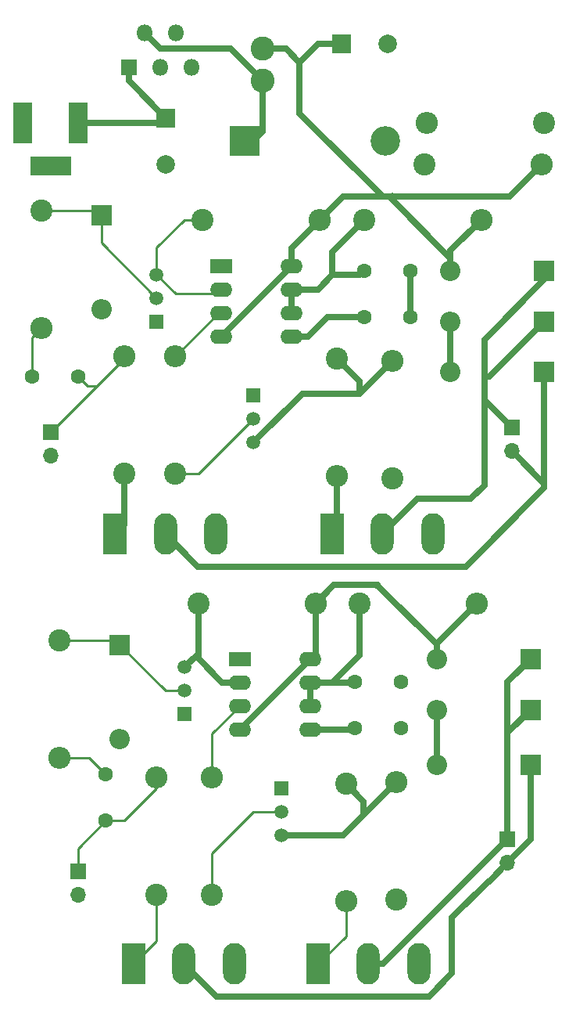
<source format=gbr>
%TF.GenerationSoftware,KiCad,Pcbnew,5.1.7-a382d34a8~88~ubuntu20.04.1*%
%TF.CreationDate,2021-03-10T12:52:40+00:00*%
%TF.ProjectId,spike_n_hold,7370696b-655f-46e5-9f68-6f6c642e6b69,rev?*%
%TF.SameCoordinates,Original*%
%TF.FileFunction,Copper,L1,Top*%
%TF.FilePolarity,Positive*%
%FSLAX46Y46*%
G04 Gerber Fmt 4.6, Leading zero omitted, Abs format (unit mm)*
G04 Created by KiCad (PCBNEW 5.1.7-a382d34a8~88~ubuntu20.04.1) date 2021-03-10 12:52:40*
%MOMM*%
%LPD*%
G01*
G04 APERTURE LIST*
%TA.AperFunction,ComponentPad*%
%ADD10R,2.200000X2.200000*%
%TD*%
%TA.AperFunction,ComponentPad*%
%ADD11O,2.200000X2.200000*%
%TD*%
%TA.AperFunction,ComponentPad*%
%ADD12C,1.600000*%
%TD*%
%TA.AperFunction,ComponentPad*%
%ADD13C,2.000000*%
%TD*%
%TA.AperFunction,ComponentPad*%
%ADD14R,2.000000X2.000000*%
%TD*%
%TA.AperFunction,ComponentPad*%
%ADD15R,3.200000X3.200000*%
%TD*%
%TA.AperFunction,ComponentPad*%
%ADD16O,3.200000X3.200000*%
%TD*%
%TA.AperFunction,ComponentPad*%
%ADD17R,1.700000X1.700000*%
%TD*%
%TA.AperFunction,ComponentPad*%
%ADD18O,1.700000X1.700000*%
%TD*%
%TA.AperFunction,ComponentPad*%
%ADD19R,4.500000X2.000000*%
%TD*%
%TA.AperFunction,ComponentPad*%
%ADD20R,2.000000X4.500000*%
%TD*%
%TA.AperFunction,ComponentPad*%
%ADD21C,2.600000*%
%TD*%
%TA.AperFunction,ComponentPad*%
%ADD22O,2.500000X4.500000*%
%TD*%
%TA.AperFunction,ComponentPad*%
%ADD23R,2.500000X4.500000*%
%TD*%
%TA.AperFunction,ComponentPad*%
%ADD24C,2.400000*%
%TD*%
%TA.AperFunction,ComponentPad*%
%ADD25O,2.400000X2.400000*%
%TD*%
%TA.AperFunction,ComponentPad*%
%ADD26R,2.400000X1.600000*%
%TD*%
%TA.AperFunction,ComponentPad*%
%ADD27O,2.400000X1.600000*%
%TD*%
%TA.AperFunction,ComponentPad*%
%ADD28C,1.500000*%
%TD*%
%TA.AperFunction,ComponentPad*%
%ADD29R,1.500000X1.500000*%
%TD*%
%TA.AperFunction,ComponentPad*%
%ADD30R,1.800000X1.800000*%
%TD*%
%TA.AperFunction,ComponentPad*%
%ADD31O,1.800000X1.800000*%
%TD*%
%TA.AperFunction,ViaPad*%
%ADD32C,0.800000*%
%TD*%
%TA.AperFunction,Conductor*%
%ADD33C,0.250000*%
%TD*%
%TA.AperFunction,Conductor*%
%ADD34C,0.700000*%
%TD*%
G04 APERTURE END LIST*
D10*
%TO.P,D4,1*%
%TO.N,Net-(D4-Pad1)*%
X117000000Y-57000000D03*
D11*
%TO.P,D4,2*%
%TO.N,GND*%
X117000000Y-67160000D03*
%TD*%
D12*
%TO.P,C1,1*%
%TO.N,Net-(C1-Pad1)*%
X117500000Y-117500000D03*
%TO.P,C1,2*%
%TO.N,input_trigger2*%
X117500000Y-122500000D03*
%TD*%
%TO.P,C2,1*%
%TO.N,Net-(C2-Pad1)*%
X109500000Y-74500000D03*
%TO.P,C2,2*%
%TO.N,input_trigger1*%
X114500000Y-74500000D03*
%TD*%
%TO.P,C3,2*%
%TO.N,Net-(C3-Pad2)*%
X144500000Y-112500000D03*
%TO.P,C3,1*%
%TO.N,GND*%
X149500000Y-112500000D03*
%TD*%
%TO.P,C4,2*%
%TO.N,Net-(C4-Pad2)*%
X145500000Y-68000000D03*
%TO.P,C4,1*%
%TO.N,GND*%
X150500000Y-68000000D03*
%TD*%
%TO.P,C5,1*%
%TO.N,Net-(C5-Pad1)*%
X144500000Y-107500000D03*
%TO.P,C5,2*%
%TO.N,GND*%
X149500000Y-107500000D03*
%TD*%
%TO.P,C6,2*%
%TO.N,GND*%
X150500000Y-63000000D03*
%TO.P,C6,1*%
%TO.N,Net-(C6-Pad1)*%
X145500000Y-63000000D03*
%TD*%
D13*
%TO.P,C11,2*%
%TO.N,GND*%
X124000000Y-51500000D03*
D14*
%TO.P,C11,1*%
%TO.N,+24V*%
X124000000Y-46500000D03*
%TD*%
%TO.P,C15,1*%
%TO.N,+12V*%
X143000000Y-38500000D03*
D13*
%TO.P,C15,2*%
%TO.N,GND*%
X148000000Y-38500000D03*
%TD*%
D11*
%TO.P,D1,2*%
%TO.N,+12V*%
X153340000Y-105000000D03*
D10*
%TO.P,D1,1*%
%TO.N,Net-(D1-Pad1)*%
X163500000Y-105000000D03*
%TD*%
%TO.P,D2,1*%
%TO.N,Net-(D2-Pad1)*%
X165000000Y-63000000D03*
D11*
%TO.P,D2,2*%
%TO.N,+12V*%
X154840000Y-63000000D03*
%TD*%
%TO.P,D3,2*%
%TO.N,GND*%
X119000000Y-113660000D03*
D10*
%TO.P,D3,1*%
%TO.N,Net-(D3-Pad1)*%
X119000000Y-103500000D03*
%TD*%
D11*
%TO.P,D5,2*%
%TO.N,Net-(D5-Pad2)*%
X153340000Y-110500000D03*
D10*
%TO.P,D5,1*%
%TO.N,Net-(D1-Pad1)*%
X163500000Y-110500000D03*
%TD*%
D11*
%TO.P,D6,2*%
%TO.N,Net-(D6-Pad2)*%
X154840000Y-68500000D03*
D10*
%TO.P,D6,1*%
%TO.N,Net-(D2-Pad1)*%
X165000000Y-68500000D03*
%TD*%
%TO.P,D7,1*%
%TO.N,Net-(D7-Pad1)*%
X163500000Y-116500000D03*
D11*
%TO.P,D7,2*%
%TO.N,Net-(D5-Pad2)*%
X153340000Y-116500000D03*
%TD*%
%TO.P,D8,2*%
%TO.N,Net-(D6-Pad2)*%
X154840000Y-74000000D03*
D10*
%TO.P,D8,1*%
%TO.N,Net-(D8-Pad1)*%
X165000000Y-74000000D03*
%TD*%
D15*
%TO.P,D17,1*%
%TO.N,Net-(D17-Pad1)*%
X132500000Y-49000000D03*
D16*
%TO.P,D17,2*%
%TO.N,GND*%
X147740000Y-49000000D03*
%TD*%
D17*
%TO.P,J1,1*%
%TO.N,input_trigger2*%
X114500000Y-128000000D03*
D18*
%TO.P,J1,2*%
%TO.N,GND*%
X114500000Y-130540000D03*
%TD*%
D17*
%TO.P,J2,1*%
%TO.N,input_trigger1*%
X111500000Y-80500000D03*
D18*
%TO.P,J2,2*%
%TO.N,GND*%
X111500000Y-83040000D03*
%TD*%
D17*
%TO.P,J3,1*%
%TO.N,Net-(D1-Pad1)*%
X161000000Y-124500000D03*
D18*
%TO.P,J3,2*%
%TO.N,Net-(D7-Pad1)*%
X161000000Y-127040000D03*
%TD*%
%TO.P,J4,2*%
%TO.N,Net-(D8-Pad1)*%
X161500000Y-82540000D03*
D17*
%TO.P,J4,1*%
%TO.N,Net-(D2-Pad1)*%
X161500000Y-80000000D03*
%TD*%
D19*
%TO.P,J9,3*%
%TO.N,N/C*%
X111500000Y-51700000D03*
D20*
%TO.P,J9,1*%
%TO.N,+24V*%
X114500000Y-47000000D03*
%TO.P,J9,2*%
%TO.N,GND*%
X108500000Y-47000000D03*
%TD*%
D21*
%TO.P,L1,1*%
%TO.N,Net-(D17-Pad1)*%
X134500000Y-42500000D03*
%TO.P,L1,2*%
%TO.N,+12V*%
X134500000Y-39000000D03*
%TD*%
D22*
%TO.P,Q1,3*%
%TO.N,+24V*%
X151400000Y-138000000D03*
%TO.P,Q1,2*%
%TO.N,Net-(D1-Pad1)*%
X145950000Y-138000000D03*
D23*
%TO.P,Q1,1*%
%TO.N,Net-(Q1-Pad1)*%
X140500000Y-138000000D03*
%TD*%
%TO.P,Q2,1*%
%TO.N,Net-(Q2-Pad1)*%
X142000000Y-91500000D03*
D22*
%TO.P,Q2,2*%
%TO.N,Net-(D2-Pad1)*%
X147450000Y-91500000D03*
%TO.P,Q2,3*%
%TO.N,+24V*%
X152900000Y-91500000D03*
%TD*%
%TO.P,Q7,3*%
%TO.N,GND*%
X131400000Y-138000000D03*
%TO.P,Q7,2*%
%TO.N,Net-(D7-Pad1)*%
X125950000Y-138000000D03*
D23*
%TO.P,Q7,1*%
%TO.N,Net-(Q7-Pad1)*%
X120500000Y-138000000D03*
%TD*%
D22*
%TO.P,Q8,3*%
%TO.N,GND*%
X129400000Y-91500000D03*
%TO.P,Q8,2*%
%TO.N,Net-(D8-Pad1)*%
X123950000Y-91500000D03*
D23*
%TO.P,Q8,1*%
%TO.N,Net-(Q8-Pad1)*%
X118500000Y-91500000D03*
%TD*%
D24*
%TO.P,R1,1*%
%TO.N,+24V*%
X149000000Y-131000000D03*
D25*
%TO.P,R1,2*%
%TO.N,Net-(Q5-Pad3)*%
X149000000Y-118300000D03*
%TD*%
%TO.P,R2,2*%
%TO.N,Net-(Q6-Pad3)*%
X148500000Y-72800000D03*
D24*
%TO.P,R2,1*%
%TO.N,+24V*%
X148500000Y-85500000D03*
%TD*%
D25*
%TO.P,R3,2*%
%TO.N,Net-(Q1-Pad1)*%
X143500000Y-131200000D03*
D24*
%TO.P,R3,1*%
%TO.N,Net-(Q5-Pad3)*%
X143500000Y-118500000D03*
%TD*%
%TO.P,R4,1*%
%TO.N,Net-(Q6-Pad3)*%
X142500000Y-72500000D03*
D25*
%TO.P,R4,2*%
%TO.N,Net-(Q2-Pad1)*%
X142500000Y-85200000D03*
%TD*%
%TO.P,R5,2*%
%TO.N,Net-(C1-Pad1)*%
X112500000Y-115700000D03*
D24*
%TO.P,R5,1*%
%TO.N,Net-(D3-Pad1)*%
X112500000Y-103000000D03*
%TD*%
%TO.P,R6,1*%
%TO.N,Net-(D4-Pad1)*%
X110500000Y-56500000D03*
D25*
%TO.P,R6,2*%
%TO.N,Net-(C2-Pad1)*%
X110500000Y-69200000D03*
%TD*%
%TO.P,R7,2*%
%TO.N,timed_trigger2*%
X129000000Y-117800000D03*
D24*
%TO.P,R7,1*%
%TO.N,Net-(Q5-Pad2)*%
X129000000Y-130500000D03*
%TD*%
%TO.P,R8,1*%
%TO.N,Net-(Q6-Pad2)*%
X125000000Y-85000000D03*
D25*
%TO.P,R8,2*%
%TO.N,timed_trigger1*%
X125000000Y-72300000D03*
%TD*%
D24*
%TO.P,R9,1*%
%TO.N,Net-(Q3-Pad3)*%
X127500000Y-99000000D03*
D25*
%TO.P,R9,2*%
%TO.N,+12V*%
X140200000Y-99000000D03*
%TD*%
%TO.P,R10,2*%
%TO.N,+12V*%
X140700000Y-57500000D03*
D24*
%TO.P,R10,1*%
%TO.N,Net-(Q4-Pad3)*%
X128000000Y-57500000D03*
%TD*%
%TO.P,R11,1*%
%TO.N,Net-(Q7-Pad1)*%
X123000000Y-130500000D03*
D25*
%TO.P,R11,2*%
%TO.N,input_trigger2*%
X123000000Y-117800000D03*
%TD*%
%TO.P,R12,2*%
%TO.N,input_trigger1*%
X119500000Y-72300000D03*
D24*
%TO.P,R12,1*%
%TO.N,Net-(Q8-Pad1)*%
X119500000Y-85000000D03*
%TD*%
D25*
%TO.P,R13,2*%
%TO.N,+12V*%
X157700000Y-99000000D03*
D24*
%TO.P,R13,1*%
%TO.N,Net-(C5-Pad1)*%
X145000000Y-99000000D03*
%TD*%
%TO.P,R14,1*%
%TO.N,Net-(C6-Pad1)*%
X145500000Y-57500000D03*
D25*
%TO.P,R14,2*%
%TO.N,+12V*%
X158200000Y-57500000D03*
%TD*%
D26*
%TO.P,U1,1*%
%TO.N,GND*%
X132000000Y-105000000D03*
D27*
%TO.P,U1,5*%
%TO.N,Net-(C3-Pad2)*%
X139620000Y-112620000D03*
%TO.P,U1,2*%
%TO.N,Net-(Q3-Pad3)*%
X132000000Y-107540000D03*
%TO.P,U1,6*%
%TO.N,Net-(C5-Pad1)*%
X139620000Y-110080000D03*
%TO.P,U1,3*%
%TO.N,timed_trigger2*%
X132000000Y-110080000D03*
%TO.P,U1,7*%
%TO.N,Net-(C5-Pad1)*%
X139620000Y-107540000D03*
%TO.P,U1,4*%
%TO.N,+12V*%
X132000000Y-112620000D03*
%TO.P,U1,8*%
X139620000Y-105000000D03*
%TD*%
D26*
%TO.P,U2,1*%
%TO.N,GND*%
X130000000Y-62500000D03*
D27*
%TO.P,U2,5*%
%TO.N,Net-(C4-Pad2)*%
X137620000Y-70120000D03*
%TO.P,U2,2*%
%TO.N,Net-(Q4-Pad3)*%
X130000000Y-65040000D03*
%TO.P,U2,6*%
%TO.N,Net-(C6-Pad1)*%
X137620000Y-67580000D03*
%TO.P,U2,3*%
%TO.N,timed_trigger1*%
X130000000Y-67580000D03*
%TO.P,U2,7*%
%TO.N,Net-(C6-Pad1)*%
X137620000Y-65040000D03*
%TO.P,U2,4*%
%TO.N,+12V*%
X130000000Y-70120000D03*
%TO.P,U2,8*%
X137620000Y-62500000D03*
%TD*%
D28*
%TO.P,Q3,2*%
%TO.N,Net-(D3-Pad1)*%
X126000000Y-108460000D03*
%TO.P,Q3,3*%
%TO.N,Net-(Q3-Pad3)*%
X126000000Y-105920000D03*
D29*
%TO.P,Q3,1*%
%TO.N,GND*%
X126000000Y-111000000D03*
%TD*%
%TO.P,Q4,1*%
%TO.N,GND*%
X123000000Y-68500000D03*
D28*
%TO.P,Q4,3*%
%TO.N,Net-(Q4-Pad3)*%
X123000000Y-63420000D03*
%TO.P,Q4,2*%
%TO.N,Net-(D4-Pad1)*%
X123000000Y-65960000D03*
%TD*%
D29*
%TO.P,Q5,1*%
%TO.N,GND*%
X136500000Y-119000000D03*
D28*
%TO.P,Q5,3*%
%TO.N,Net-(Q5-Pad3)*%
X136500000Y-124080000D03*
%TO.P,Q5,2*%
%TO.N,Net-(Q5-Pad2)*%
X136500000Y-121540000D03*
%TD*%
D29*
%TO.P,Q6,1*%
%TO.N,GND*%
X133500000Y-76500000D03*
D28*
%TO.P,Q6,3*%
%TO.N,Net-(Q6-Pad3)*%
X133500000Y-81580000D03*
%TO.P,Q6,2*%
%TO.N,Net-(Q6-Pad2)*%
X133500000Y-79040000D03*
%TD*%
D25*
%TO.P,R15,2*%
%TO.N,Net-(R15-Pad2)*%
X152300000Y-47000000D03*
D24*
%TO.P,R15,1*%
%TO.N,GND*%
X165000000Y-47000000D03*
%TD*%
%TO.P,R16,1*%
%TO.N,Net-(R15-Pad2)*%
X152000000Y-51500000D03*
D25*
%TO.P,R16,2*%
%TO.N,+12V*%
X164700000Y-51500000D03*
%TD*%
D30*
%TO.P,U5,1*%
%TO.N,+24V*%
X120000000Y-41000000D03*
D31*
%TO.P,U5,2*%
%TO.N,Net-(D17-Pad1)*%
X121700000Y-37300000D03*
%TO.P,U5,3*%
%TO.N,GND*%
X123400000Y-41000000D03*
%TO.P,U5,4*%
%TO.N,Net-(R15-Pad2)*%
X125100000Y-37300000D03*
%TO.P,U5,5*%
%TO.N,GND*%
X126800000Y-41000000D03*
%TD*%
D32*
%TO.N,+12V*%
X148500000Y-55000000D03*
X146947817Y-97052183D03*
%TD*%
D33*
%TO.N,Net-(C1-Pad1)*%
X115700000Y-115700000D02*
X117500000Y-117500000D01*
X112500000Y-115700000D02*
X115700000Y-115700000D01*
%TO.N,input_trigger2*%
X114500000Y-125500000D02*
X117500000Y-122500000D01*
X114500000Y-128000000D02*
X114500000Y-125500000D01*
X117500000Y-122500000D02*
X119500000Y-122500000D01*
X123000000Y-119000000D02*
X123000000Y-117800000D01*
X119500000Y-122500000D02*
X123000000Y-119000000D01*
%TO.N,Net-(C2-Pad1)*%
X109500000Y-70200000D02*
X110500000Y-69200000D01*
X109500000Y-74500000D02*
X109500000Y-70200000D01*
%TO.N,input_trigger1*%
X119500000Y-72500000D02*
X119500000Y-72300000D01*
X114500000Y-74500000D02*
X115500000Y-75500000D01*
X116500000Y-75500000D02*
X117000000Y-75000000D01*
X115500000Y-75500000D02*
X116500000Y-75500000D01*
X117000000Y-75000000D02*
X119500000Y-72500000D01*
X111500000Y-80500000D02*
X117000000Y-75000000D01*
D34*
%TO.N,Net-(C3-Pad2)*%
X144380000Y-112620000D02*
X144500000Y-112500000D01*
X139620000Y-112620000D02*
X144380000Y-112620000D01*
%TO.N,GND*%
X150500000Y-63000000D02*
X150500000Y-68000000D01*
%TO.N,Net-(C4-Pad2)*%
X137620000Y-70120000D02*
X139380000Y-70120000D01*
X141500000Y-68000000D02*
X145500000Y-68000000D01*
X139380000Y-70120000D02*
X141500000Y-68000000D01*
%TO.N,Net-(C5-Pad1)*%
X139620000Y-107540000D02*
X139620000Y-110080000D01*
X144460000Y-107540000D02*
X144500000Y-107500000D01*
X145000000Y-99000000D02*
X145000000Y-104580000D01*
X142040000Y-107540000D02*
X144460000Y-107540000D01*
X145000000Y-104580000D02*
X142040000Y-107540000D01*
X139620000Y-107540000D02*
X142040000Y-107540000D01*
%TO.N,Net-(C6-Pad1)*%
X145500000Y-57500000D02*
X142000000Y-61000000D01*
X142000000Y-61000000D02*
X142000000Y-63500000D01*
X140460000Y-65040000D02*
X137620000Y-65040000D01*
X142000000Y-63500000D02*
X140460000Y-65040000D01*
X145000000Y-63500000D02*
X145500000Y-63000000D01*
X142000000Y-63500000D02*
X145000000Y-63500000D01*
X137620000Y-67580000D02*
X137620000Y-65040000D01*
%TO.N,+24V*%
X123500000Y-47000000D02*
X124000000Y-46500000D01*
X114500000Y-47000000D02*
X123500000Y-47000000D01*
X120000000Y-42500000D02*
X124000000Y-46500000D01*
X120000000Y-41000000D02*
X120000000Y-42500000D01*
%TO.N,+12V*%
X137620000Y-60580000D02*
X140700000Y-57500000D01*
X137620000Y-62500000D02*
X137620000Y-60580000D01*
X154840000Y-60860000D02*
X158200000Y-57500000D01*
X140700000Y-57500000D02*
X143200000Y-55000000D01*
X148180000Y-55000000D02*
X154840000Y-61660000D01*
X154840000Y-61660000D02*
X154840000Y-60860000D01*
X154840000Y-63000000D02*
X154840000Y-61660000D01*
X140200000Y-99000000D02*
X140200000Y-104420000D01*
X132000000Y-112620000D02*
X139620000Y-105000000D01*
X153340000Y-103360000D02*
X153340000Y-105000000D01*
X157700000Y-99000000D02*
X153340000Y-103360000D01*
X139620000Y-105000000D02*
X140200000Y-104420000D01*
X140200000Y-99000000D02*
X142200000Y-97000000D01*
X153340000Y-103444366D02*
X153340000Y-105000000D01*
X146895634Y-97000000D02*
X146947817Y-97052183D01*
X142200000Y-97000000D02*
X146895634Y-97000000D01*
X130000000Y-70120000D02*
X137620000Y-62500000D01*
X134500000Y-39000000D02*
X137000000Y-39000000D01*
X137000000Y-39000000D02*
X138500000Y-40500000D01*
X147500000Y-55000000D02*
X148180000Y-55000000D01*
X138500000Y-46000000D02*
X147500000Y-55000000D01*
X143200000Y-55000000D02*
X147500000Y-55000000D01*
X138500000Y-40500000D02*
X138500000Y-46000000D01*
X140500000Y-38500000D02*
X143000000Y-38500000D01*
X138500000Y-40500000D02*
X140500000Y-38500000D01*
X161200000Y-55000000D02*
X164700000Y-51500000D01*
X148180000Y-55000000D02*
X148500000Y-55000000D01*
X148500000Y-55000000D02*
X161200000Y-55000000D01*
X146947817Y-97052183D02*
X153340000Y-103444366D01*
%TO.N,Net-(D1-Pad1)*%
X161000000Y-113000000D02*
X163500000Y-110500000D01*
X161000000Y-107500000D02*
X163500000Y-105000000D01*
X161000000Y-113000000D02*
X161000000Y-107500000D01*
X161000000Y-124500000D02*
X161000000Y-113000000D01*
X161000000Y-124500000D02*
X151400000Y-134100000D01*
X147500000Y-138000000D02*
X151400000Y-134100000D01*
X145950000Y-138000000D02*
X147500000Y-138000000D01*
%TO.N,Net-(D2-Pad1)*%
X165000000Y-64000000D02*
X158500000Y-70500000D01*
X165000000Y-63000000D02*
X165000000Y-64000000D01*
X158500000Y-77000000D02*
X161500000Y-80000000D01*
X158500000Y-70500000D02*
X158500000Y-73500000D01*
X159000000Y-74500000D02*
X165000000Y-68500000D01*
X158500000Y-74500000D02*
X159000000Y-74500000D01*
X158500000Y-73500000D02*
X158500000Y-74500000D01*
X158500000Y-74500000D02*
X158500000Y-77000000D01*
X151250000Y-87700000D02*
X147450000Y-91500000D01*
X157000000Y-87700000D02*
X151250000Y-87700000D01*
X158500000Y-86200000D02*
X157000000Y-87700000D01*
X158500000Y-73500000D02*
X158500000Y-86200000D01*
D33*
%TO.N,Net-(D3-Pad1)*%
X118500000Y-103000000D02*
X119000000Y-103500000D01*
X112500000Y-103000000D02*
X118500000Y-103000000D01*
X123960000Y-108460000D02*
X119000000Y-103500000D01*
X126000000Y-108460000D02*
X123960000Y-108460000D01*
%TO.N,Net-(D4-Pad1)*%
X116500000Y-56500000D02*
X117000000Y-57000000D01*
X110500000Y-56500000D02*
X116500000Y-56500000D01*
X117000000Y-59960000D02*
X123000000Y-65960000D01*
X117000000Y-57000000D02*
X117000000Y-59960000D01*
D34*
%TO.N,Net-(D5-Pad2)*%
X153340000Y-110500000D02*
X153340000Y-116500000D01*
%TO.N,Net-(D6-Pad2)*%
X154840000Y-68500000D02*
X154840000Y-74000000D01*
%TO.N,Net-(D7-Pad1)*%
X163500000Y-124540000D02*
X163500000Y-116500000D01*
X161000000Y-127040000D02*
X163500000Y-124540000D01*
X159000000Y-129040000D02*
X161000000Y-127040000D01*
X129450000Y-141500000D02*
X133500000Y-141500000D01*
X125950000Y-138000000D02*
X129450000Y-141500000D01*
X133000000Y-141500000D02*
X133500000Y-141500000D01*
X159000000Y-129040000D02*
X158960000Y-129040000D01*
X158960000Y-129040000D02*
X155000000Y-133000000D01*
X155000000Y-133000000D02*
X155000000Y-139000000D01*
X155000000Y-139000000D02*
X152500000Y-141500000D01*
X133500000Y-141500000D02*
X152500000Y-141500000D01*
%TO.N,Net-(D8-Pad1)*%
X165000000Y-86500000D02*
X165000000Y-74000000D01*
X156500000Y-95000000D02*
X165000000Y-86500000D01*
X127450000Y-95000000D02*
X156500000Y-95000000D01*
X123950000Y-91500000D02*
X127450000Y-95000000D01*
X165000000Y-86040000D02*
X161500000Y-82540000D01*
X165000000Y-86500000D02*
X165000000Y-86040000D01*
%TO.N,Net-(D17-Pad1)*%
X134500000Y-48000000D02*
X134000000Y-48500000D01*
X134500000Y-42500000D02*
X134500000Y-48000000D01*
X121700000Y-37300000D02*
X123400000Y-39000000D01*
X131000000Y-39000000D02*
X134500000Y-42500000D01*
X123400000Y-39000000D02*
X131000000Y-39000000D01*
D33*
%TO.N,Net-(Q1-Pad1)*%
X143500000Y-135000000D02*
X140500000Y-138000000D01*
X143500000Y-131200000D02*
X143500000Y-135000000D01*
D34*
%TO.N,Net-(Q2-Pad1)*%
X142500000Y-91000000D02*
X142000000Y-91500000D01*
X142500000Y-85200000D02*
X142500000Y-91000000D01*
D33*
%TO.N,Net-(Q7-Pad1)*%
X123000000Y-135500000D02*
X120500000Y-138000000D01*
X123000000Y-130500000D02*
X123000000Y-135500000D01*
D34*
%TO.N,Net-(Q8-Pad1)*%
X119500000Y-90500000D02*
X118500000Y-91500000D01*
X119500000Y-85000000D02*
X119500000Y-90500000D01*
%TO.N,Net-(Q5-Pad3)*%
X136500000Y-124080000D02*
X143220000Y-124080000D01*
X145400000Y-120400000D02*
X145400000Y-121900000D01*
X143500000Y-118500000D02*
X145400000Y-120400000D01*
X145400000Y-121900000D02*
X149000000Y-118300000D01*
X143220000Y-124080000D02*
X145400000Y-121900000D01*
D33*
%TO.N,Net-(Q6-Pad3)*%
X142500000Y-72580000D02*
X142500000Y-72500000D01*
D34*
X148500000Y-72800000D02*
X145000000Y-76300000D01*
X138780000Y-76300000D02*
X133500000Y-81580000D01*
X145000000Y-76300000D02*
X138780000Y-76300000D01*
X145000000Y-75000000D02*
X142500000Y-72500000D01*
X145000000Y-76300000D02*
X145000000Y-75000000D01*
D33*
%TO.N,timed_trigger2*%
X129000000Y-113080000D02*
X129000000Y-117800000D01*
X132000000Y-110080000D02*
X129000000Y-113080000D01*
%TO.N,Net-(Q5-Pad2)*%
X129000000Y-130500000D02*
X129000000Y-126000000D01*
X133460000Y-121540000D02*
X136500000Y-121540000D01*
X129000000Y-126000000D02*
X133460000Y-121540000D01*
%TO.N,Net-(Q6-Pad2)*%
X127540000Y-85000000D02*
X133500000Y-79040000D01*
X125000000Y-85000000D02*
X127540000Y-85000000D01*
%TO.N,timed_trigger1*%
X129720000Y-67580000D02*
X125000000Y-72300000D01*
X130000000Y-67580000D02*
X129720000Y-67580000D01*
D34*
%TO.N,Net-(Q3-Pad3)*%
X127500000Y-104420000D02*
X126000000Y-105920000D01*
X130100000Y-107540000D02*
X132000000Y-107540000D01*
X127500000Y-104940000D02*
X130100000Y-107540000D01*
X127500000Y-103000000D02*
X127500000Y-104940000D01*
X127500000Y-99000000D02*
X127500000Y-103000000D01*
X127500000Y-103000000D02*
X127500000Y-104420000D01*
D33*
%TO.N,Net-(Q4-Pad3)*%
X123000000Y-63420000D02*
X123000000Y-60500000D01*
X126000000Y-57500000D02*
X128000000Y-57500000D01*
X123000000Y-60500000D02*
X126000000Y-57500000D01*
X123000000Y-63420000D02*
X125080000Y-65500000D01*
X129540000Y-65500000D02*
X130000000Y-65040000D01*
X125080000Y-65500000D02*
X129540000Y-65500000D01*
%TD*%
M02*

</source>
